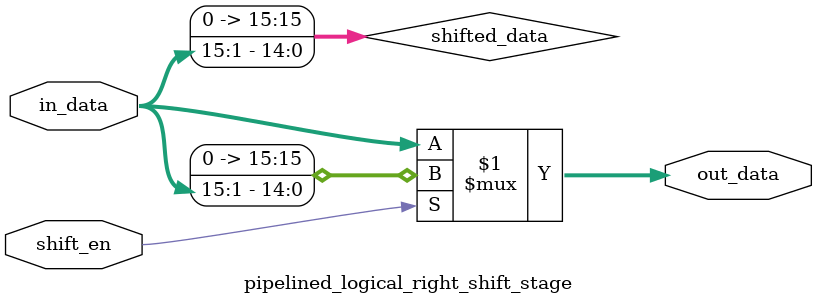
<source format=sv>
module pipelined_async_logical_right_shifter #(
    parameter DATA_WIDTH = 16,
    parameter SHIFT_WIDTH = 4
)(
    input  wire                       clk,
    input  wire                       rst_n,
    input  wire [DATA_WIDTH-1:0]      in_data,
    input  wire [SHIFT_WIDTH-1:0]     shift_amount,
    output wire [DATA_WIDTH-1:0]      out_data
);

    // Pipeline stage registers and wires
    wire   [DATA_WIDTH-1:0] pipeline_stage_data     [0:SHIFT_WIDTH];
    wire   [SHIFT_WIDTH-1:0] pipeline_stage_shift   [0:SHIFT_WIDTH];

    // Stage 0: Input register
    reg    [DATA_WIDTH-1:0]  reg_stage0_data;
    reg    [SHIFT_WIDTH-1:0] reg_stage0_shift;
    always @(posedge clk or negedge rst_n) begin
        if (!rst_n) begin
            reg_stage0_data  <= {DATA_WIDTH{1'b0}};
            reg_stage0_shift <= {SHIFT_WIDTH{1'b0}};
        end else begin
            reg_stage0_data  <= in_data;
            reg_stage0_shift <= shift_amount;
        end
    end
    assign pipeline_stage_data[0]   = reg_stage0_data;
    assign pipeline_stage_shift[0]  = reg_stage0_shift;

    // Pipeline stages for shifting
    genvar gi;
    generate
        for (gi = 0; gi < SHIFT_WIDTH; gi = gi + 1) begin : gen_pipeline_stages
            // Register for data path
            reg [DATA_WIDTH-1:0]  reg_stage_data;
            reg [SHIFT_WIDTH-1:0] reg_stage_shift;
            wire [DATA_WIDTH-1:0] stage_shifted_data;

            // Combinational logic for this stage
            pipelined_logical_right_shift_stage #(
                .DATA_WIDTH(DATA_WIDTH),
                .SHIFT_BITS(gi)
            ) u_shift_stage (
                .in_data    (pipeline_stage_data[gi]),
                .shift_en   (pipeline_stage_shift[gi][gi]),
                .out_data   (stage_shifted_data)
            );

            // Registering shifted data and passing down remaining shift_amount
            always @(posedge clk or negedge rst_n) begin
                if (!rst_n) begin
                    reg_stage_data  <= {DATA_WIDTH{1'b0}};
                    reg_stage_shift <= {SHIFT_WIDTH{1'b0}};
                end else begin
                    reg_stage_data  <= stage_shifted_data;
                    reg_stage_shift <= pipeline_stage_shift[gi];
                end
            end

            assign pipeline_stage_data[gi+1]  = reg_stage_data;
            assign pipeline_stage_shift[gi+1] = reg_stage_shift;
        end
    endgenerate

    // Output assignment from final pipeline stage
    assign out_data = pipeline_stage_data[SHIFT_WIDTH];

endmodule

// --------------------------------------------------
// Submodule: pipelined_logical_right_shift_stage
// Description: Performs a right shift by (1 << SHIFT_BITS) if shift_en is asserted.
// Inserts zeros from the left. Pure combinational; register at parent.
// --------------------------------------------------
module pipelined_logical_right_shift_stage #(
    parameter DATA_WIDTH = 16,
    parameter SHIFT_BITS = 0
)(
    input  wire [DATA_WIDTH-1:0] in_data,
    input  wire                  shift_en,
    output wire [DATA_WIDTH-1:0] out_data
);

    localparam integer SHIFT_VAL = (1 << SHIFT_BITS);

    wire [DATA_WIDTH-1:0] shifted_data;
    assign shifted_data = { {SHIFT_VAL{1'b0}}, in_data[DATA_WIDTH-1:SHIFT_VAL] };
    assign out_data = shift_en ? shifted_data : in_data;

endmodule
</source>
